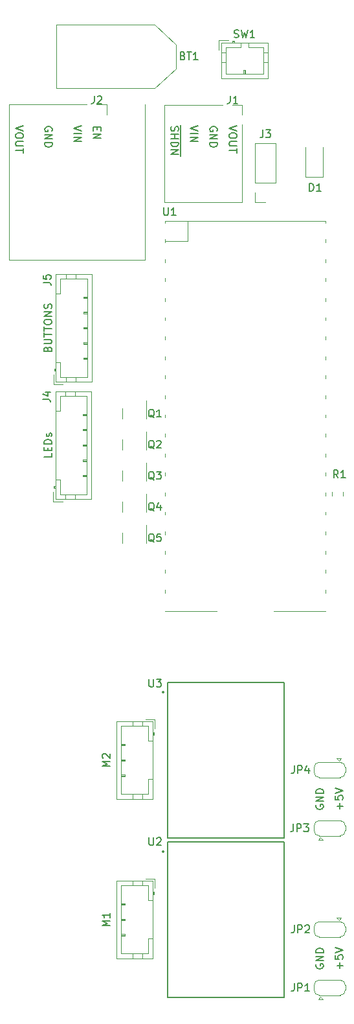
<source format=gbr>
%TF.GenerationSoftware,KiCad,Pcbnew,(6.0.11)*%
%TF.CreationDate,2023-04-04T20:38:18-04:00*%
%TF.ProjectId,ProtogenBackpackPCB,50726f74-6f67-4656-9e42-61636b706163,rev?*%
%TF.SameCoordinates,Original*%
%TF.FileFunction,Legend,Top*%
%TF.FilePolarity,Positive*%
%FSLAX46Y46*%
G04 Gerber Fmt 4.6, Leading zero omitted, Abs format (unit mm)*
G04 Created by KiCad (PCBNEW (6.0.11)) date 2023-04-04 20:38:18*
%MOMM*%
%LPD*%
G01*
G04 APERTURE LIST*
%ADD10C,0.150000*%
%ADD11C,0.120000*%
%ADD12C,0.101600*%
%ADD13C,0.127000*%
%ADD14C,0.200000*%
%ADD15C,0.100000*%
G04 APERTURE END LIST*
D10*
X123642380Y-84867619D02*
X123642380Y-85343809D01*
X122642380Y-85343809D01*
X123118571Y-84534285D02*
X123118571Y-84200952D01*
X123642380Y-84058095D02*
X123642380Y-84534285D01*
X122642380Y-84534285D01*
X122642380Y-84058095D01*
X123642380Y-83629523D02*
X122642380Y-83629523D01*
X122642380Y-83391428D01*
X122690000Y-83248571D01*
X122785238Y-83153333D01*
X122880476Y-83105714D01*
X123070952Y-83058095D01*
X123213809Y-83058095D01*
X123404285Y-83105714D01*
X123499523Y-83153333D01*
X123594761Y-83248571D01*
X123642380Y-83391428D01*
X123642380Y-83629523D01*
X123594761Y-82677142D02*
X123642380Y-82581904D01*
X123642380Y-82391428D01*
X123594761Y-82296190D01*
X123499523Y-82248571D01*
X123451904Y-82248571D01*
X123356666Y-82296190D01*
X123309047Y-82391428D01*
X123309047Y-82534285D01*
X123261428Y-82629523D01*
X123166190Y-82677142D01*
X123118571Y-82677142D01*
X123023333Y-82629523D01*
X122975714Y-82534285D01*
X122975714Y-82391428D01*
X123023333Y-82296190D01*
X123118571Y-71238095D02*
X123166190Y-71095238D01*
X123213809Y-71047619D01*
X123309047Y-71000000D01*
X123451904Y-71000000D01*
X123547142Y-71047619D01*
X123594761Y-71095238D01*
X123642380Y-71190476D01*
X123642380Y-71571428D01*
X122642380Y-71571428D01*
X122642380Y-71238095D01*
X122690000Y-71142857D01*
X122737619Y-71095238D01*
X122832857Y-71047619D01*
X122928095Y-71047619D01*
X123023333Y-71095238D01*
X123070952Y-71142857D01*
X123118571Y-71238095D01*
X123118571Y-71571428D01*
X122642380Y-70571428D02*
X123451904Y-70571428D01*
X123547142Y-70523809D01*
X123594761Y-70476190D01*
X123642380Y-70380952D01*
X123642380Y-70190476D01*
X123594761Y-70095238D01*
X123547142Y-70047619D01*
X123451904Y-70000000D01*
X122642380Y-70000000D01*
X122642380Y-69666666D02*
X122642380Y-69095238D01*
X123642380Y-69380952D02*
X122642380Y-69380952D01*
X122642380Y-68904761D02*
X122642380Y-68333333D01*
X123642380Y-68619047D02*
X122642380Y-68619047D01*
X122642380Y-67809523D02*
X122642380Y-67619047D01*
X122690000Y-67523809D01*
X122785238Y-67428571D01*
X122975714Y-67380952D01*
X123309047Y-67380952D01*
X123499523Y-67428571D01*
X123594761Y-67523809D01*
X123642380Y-67619047D01*
X123642380Y-67809523D01*
X123594761Y-67904761D01*
X123499523Y-68000000D01*
X123309047Y-68047619D01*
X122975714Y-68047619D01*
X122785238Y-68000000D01*
X122690000Y-67904761D01*
X122642380Y-67809523D01*
X123642380Y-66952380D02*
X122642380Y-66952380D01*
X123642380Y-66380952D01*
X122642380Y-66380952D01*
X123594761Y-65952380D02*
X123642380Y-65809523D01*
X123642380Y-65571428D01*
X123594761Y-65476190D01*
X123547142Y-65428571D01*
X123451904Y-65380952D01*
X123356666Y-65380952D01*
X123261428Y-65428571D01*
X123213809Y-65476190D01*
X123166190Y-65571428D01*
X123118571Y-65761904D01*
X123070952Y-65857142D01*
X123023333Y-65904761D01*
X122928095Y-65952380D01*
X122832857Y-65952380D01*
X122737619Y-65904761D01*
X122690000Y-65857142D01*
X122642380Y-65761904D01*
X122642380Y-65523809D01*
X122690000Y-65380952D01*
X158250000Y-130809904D02*
X158202380Y-130905142D01*
X158202380Y-131048000D01*
X158250000Y-131190857D01*
X158345238Y-131286095D01*
X158440476Y-131333714D01*
X158630952Y-131381333D01*
X158773809Y-131381333D01*
X158964285Y-131333714D01*
X159059523Y-131286095D01*
X159154761Y-131190857D01*
X159202380Y-131048000D01*
X159202380Y-130952761D01*
X159154761Y-130809904D01*
X159107142Y-130762285D01*
X158773809Y-130762285D01*
X158773809Y-130952761D01*
X159202380Y-130333714D02*
X158202380Y-130333714D01*
X159202380Y-129762285D01*
X158202380Y-129762285D01*
X159202380Y-129286095D02*
X158202380Y-129286095D01*
X158202380Y-129048000D01*
X158250000Y-128905142D01*
X158345238Y-128809904D01*
X158440476Y-128762285D01*
X158630952Y-128714666D01*
X158773809Y-128714666D01*
X158964285Y-128762285D01*
X159059523Y-128809904D01*
X159154761Y-128905142D01*
X159202380Y-129048000D01*
X159202380Y-129286095D01*
X161361428Y-131333714D02*
X161361428Y-130571809D01*
X161742380Y-130952761D02*
X160980476Y-130952761D01*
X160742380Y-129619428D02*
X160742380Y-130095619D01*
X161218571Y-130143238D01*
X161170952Y-130095619D01*
X161123333Y-130000380D01*
X161123333Y-129762285D01*
X161170952Y-129667047D01*
X161218571Y-129619428D01*
X161313809Y-129571809D01*
X161551904Y-129571809D01*
X161647142Y-129619428D01*
X161694761Y-129667047D01*
X161742380Y-129762285D01*
X161742380Y-130000380D01*
X161694761Y-130095619D01*
X161647142Y-130143238D01*
X160742380Y-129286095D02*
X161742380Y-128952761D01*
X160742380Y-128619428D01*
X161361428Y-152161714D02*
X161361428Y-151399809D01*
X161742380Y-151780761D02*
X160980476Y-151780761D01*
X160742380Y-150447428D02*
X160742380Y-150923619D01*
X161218571Y-150971238D01*
X161170952Y-150923619D01*
X161123333Y-150828380D01*
X161123333Y-150590285D01*
X161170952Y-150495047D01*
X161218571Y-150447428D01*
X161313809Y-150399809D01*
X161551904Y-150399809D01*
X161647142Y-150447428D01*
X161694761Y-150495047D01*
X161742380Y-150590285D01*
X161742380Y-150828380D01*
X161694761Y-150923619D01*
X161647142Y-150971238D01*
X160742380Y-150114095D02*
X161742380Y-149780761D01*
X160742380Y-149447428D01*
X158250000Y-151637904D02*
X158202380Y-151733142D01*
X158202380Y-151876000D01*
X158250000Y-152018857D01*
X158345238Y-152114095D01*
X158440476Y-152161714D01*
X158630952Y-152209333D01*
X158773809Y-152209333D01*
X158964285Y-152161714D01*
X159059523Y-152114095D01*
X159154761Y-152018857D01*
X159202380Y-151876000D01*
X159202380Y-151780761D01*
X159154761Y-151637904D01*
X159107142Y-151590285D01*
X158773809Y-151590285D01*
X158773809Y-151780761D01*
X159202380Y-151161714D02*
X158202380Y-151161714D01*
X159202380Y-150590285D01*
X158202380Y-150590285D01*
X159202380Y-150114095D02*
X158202380Y-150114095D01*
X158202380Y-149876000D01*
X158250000Y-149733142D01*
X158345238Y-149637904D01*
X158440476Y-149590285D01*
X158630952Y-149542666D01*
X158773809Y-149542666D01*
X158964285Y-149590285D01*
X159059523Y-149637904D01*
X159154761Y-149733142D01*
X159202380Y-149876000D01*
X159202380Y-150114095D01*
%TO.C,R1*%
X161123333Y-88082380D02*
X160790000Y-87606190D01*
X160551904Y-88082380D02*
X160551904Y-87082380D01*
X160932857Y-87082380D01*
X161028095Y-87130000D01*
X161075714Y-87177619D01*
X161123333Y-87272857D01*
X161123333Y-87415714D01*
X161075714Y-87510952D01*
X161028095Y-87558571D01*
X160932857Y-87606190D01*
X160551904Y-87606190D01*
X162075714Y-88082380D02*
X161504285Y-88082380D01*
X161790000Y-88082380D02*
X161790000Y-87082380D01*
X161694761Y-87225238D01*
X161599523Y-87320476D01*
X161504285Y-87368095D01*
%TO.C,JP4*%
X155376666Y-125690380D02*
X155376666Y-126404666D01*
X155329047Y-126547523D01*
X155233809Y-126642761D01*
X155090952Y-126690380D01*
X154995714Y-126690380D01*
X155852857Y-126690380D02*
X155852857Y-125690380D01*
X156233809Y-125690380D01*
X156329047Y-125738000D01*
X156376666Y-125785619D01*
X156424285Y-125880857D01*
X156424285Y-126023714D01*
X156376666Y-126118952D01*
X156329047Y-126166571D01*
X156233809Y-126214190D01*
X155852857Y-126214190D01*
X157281428Y-126023714D02*
X157281428Y-126690380D01*
X157043333Y-125642761D02*
X156805238Y-126357047D01*
X157424285Y-126357047D01*
%TO.C,JP3*%
X155249666Y-133310380D02*
X155249666Y-134024666D01*
X155202047Y-134167523D01*
X155106809Y-134262761D01*
X154963952Y-134310380D01*
X154868714Y-134310380D01*
X155725857Y-134310380D02*
X155725857Y-133310380D01*
X156106809Y-133310380D01*
X156202047Y-133358000D01*
X156249666Y-133405619D01*
X156297285Y-133500857D01*
X156297285Y-133643714D01*
X156249666Y-133738952D01*
X156202047Y-133786571D01*
X156106809Y-133834190D01*
X155725857Y-133834190D01*
X156630619Y-133310380D02*
X157249666Y-133310380D01*
X156916333Y-133691333D01*
X157059190Y-133691333D01*
X157154428Y-133738952D01*
X157202047Y-133786571D01*
X157249666Y-133881809D01*
X157249666Y-134119904D01*
X157202047Y-134215142D01*
X157154428Y-134262761D01*
X157059190Y-134310380D01*
X156773476Y-134310380D01*
X156678238Y-134262761D01*
X156630619Y-134215142D01*
%TO.C,JP2*%
X155376666Y-146518380D02*
X155376666Y-147232666D01*
X155329047Y-147375523D01*
X155233809Y-147470761D01*
X155090952Y-147518380D01*
X154995714Y-147518380D01*
X155852857Y-147518380D02*
X155852857Y-146518380D01*
X156233809Y-146518380D01*
X156329047Y-146566000D01*
X156376666Y-146613619D01*
X156424285Y-146708857D01*
X156424285Y-146851714D01*
X156376666Y-146946952D01*
X156329047Y-146994571D01*
X156233809Y-147042190D01*
X155852857Y-147042190D01*
X156805238Y-146613619D02*
X156852857Y-146566000D01*
X156948095Y-146518380D01*
X157186190Y-146518380D01*
X157281428Y-146566000D01*
X157329047Y-146613619D01*
X157376666Y-146708857D01*
X157376666Y-146804095D01*
X157329047Y-146946952D01*
X156757619Y-147518380D01*
X157376666Y-147518380D01*
%TO.C,JP1*%
X155376666Y-154138380D02*
X155376666Y-154852666D01*
X155329047Y-154995523D01*
X155233809Y-155090761D01*
X155090952Y-155138380D01*
X154995714Y-155138380D01*
X155852857Y-155138380D02*
X155852857Y-154138380D01*
X156233809Y-154138380D01*
X156329047Y-154186000D01*
X156376666Y-154233619D01*
X156424285Y-154328857D01*
X156424285Y-154471714D01*
X156376666Y-154566952D01*
X156329047Y-154614571D01*
X156233809Y-154662190D01*
X155852857Y-154662190D01*
X157376666Y-155138380D02*
X156805238Y-155138380D01*
X157090952Y-155138380D02*
X157090952Y-154138380D01*
X156995714Y-154281238D01*
X156900476Y-154376476D01*
X156805238Y-154424095D01*
%TO.C,SW1*%
X147526666Y-30524761D02*
X147669523Y-30572380D01*
X147907619Y-30572380D01*
X148002857Y-30524761D01*
X148050476Y-30477142D01*
X148098095Y-30381904D01*
X148098095Y-30286666D01*
X148050476Y-30191428D01*
X148002857Y-30143809D01*
X147907619Y-30096190D01*
X147717142Y-30048571D01*
X147621904Y-30000952D01*
X147574285Y-29953333D01*
X147526666Y-29858095D01*
X147526666Y-29762857D01*
X147574285Y-29667619D01*
X147621904Y-29620000D01*
X147717142Y-29572380D01*
X147955238Y-29572380D01*
X148098095Y-29620000D01*
X148431428Y-29572380D02*
X148669523Y-30572380D01*
X148860000Y-29858095D01*
X149050476Y-30572380D01*
X149288571Y-29572380D01*
X150193333Y-30572380D02*
X149621904Y-30572380D01*
X149907619Y-30572380D02*
X149907619Y-29572380D01*
X149812380Y-29715238D01*
X149717142Y-29810476D01*
X149621904Y-29858095D01*
%TO.C,J5*%
X122536380Y-62563333D02*
X123250666Y-62563333D01*
X123393523Y-62610952D01*
X123488761Y-62706190D01*
X123536380Y-62849047D01*
X123536380Y-62944285D01*
X122536380Y-61610952D02*
X122536380Y-62087142D01*
X123012571Y-62134761D01*
X122964952Y-62087142D01*
X122917333Y-61991904D01*
X122917333Y-61753809D01*
X122964952Y-61658571D01*
X123012571Y-61610952D01*
X123107809Y-61563333D01*
X123345904Y-61563333D01*
X123441142Y-61610952D01*
X123488761Y-61658571D01*
X123536380Y-61753809D01*
X123536380Y-61991904D01*
X123488761Y-62087142D01*
X123441142Y-62134761D01*
%TO.C,Q3*%
X137064761Y-88355419D02*
X136969523Y-88307800D01*
X136874285Y-88212561D01*
X136731428Y-88069704D01*
X136636190Y-88022085D01*
X136540952Y-88022085D01*
X136588571Y-88260180D02*
X136493333Y-88212561D01*
X136398095Y-88117323D01*
X136350476Y-87926847D01*
X136350476Y-87593514D01*
X136398095Y-87403038D01*
X136493333Y-87307800D01*
X136588571Y-87260180D01*
X136779047Y-87260180D01*
X136874285Y-87307800D01*
X136969523Y-87403038D01*
X137017142Y-87593514D01*
X137017142Y-87926847D01*
X136969523Y-88117323D01*
X136874285Y-88212561D01*
X136779047Y-88260180D01*
X136588571Y-88260180D01*
X137350476Y-87260180D02*
X137969523Y-87260180D01*
X137636190Y-87641133D01*
X137779047Y-87641133D01*
X137874285Y-87688752D01*
X137921904Y-87736371D01*
X137969523Y-87831609D01*
X137969523Y-88069704D01*
X137921904Y-88164942D01*
X137874285Y-88212561D01*
X137779047Y-88260180D01*
X137493333Y-88260180D01*
X137398095Y-88212561D01*
X137350476Y-88164942D01*
%TO.C,Q4*%
X137064761Y-92417119D02*
X136969523Y-92369500D01*
X136874285Y-92274261D01*
X136731428Y-92131404D01*
X136636190Y-92083785D01*
X136540952Y-92083785D01*
X136588571Y-92321880D02*
X136493333Y-92274261D01*
X136398095Y-92179023D01*
X136350476Y-91988547D01*
X136350476Y-91655214D01*
X136398095Y-91464738D01*
X136493333Y-91369500D01*
X136588571Y-91321880D01*
X136779047Y-91321880D01*
X136874285Y-91369500D01*
X136969523Y-91464738D01*
X137017142Y-91655214D01*
X137017142Y-91988547D01*
X136969523Y-92179023D01*
X136874285Y-92274261D01*
X136779047Y-92321880D01*
X136588571Y-92321880D01*
X137874285Y-91655214D02*
X137874285Y-92321880D01*
X137636190Y-91274261D02*
X137398095Y-91988547D01*
X138017142Y-91988547D01*
%TO.C,BT1*%
X140819285Y-32948571D02*
X140962142Y-32996190D01*
X141009761Y-33043809D01*
X141057380Y-33139047D01*
X141057380Y-33281904D01*
X141009761Y-33377142D01*
X140962142Y-33424761D01*
X140866904Y-33472380D01*
X140485952Y-33472380D01*
X140485952Y-32472380D01*
X140819285Y-32472380D01*
X140914523Y-32520000D01*
X140962142Y-32567619D01*
X141009761Y-32662857D01*
X141009761Y-32758095D01*
X140962142Y-32853333D01*
X140914523Y-32900952D01*
X140819285Y-32948571D01*
X140485952Y-32948571D01*
X141343095Y-32472380D02*
X141914523Y-32472380D01*
X141628809Y-33472380D02*
X141628809Y-32472380D01*
X142771666Y-33472380D02*
X142200238Y-33472380D01*
X142485952Y-33472380D02*
X142485952Y-32472380D01*
X142390714Y-32615238D01*
X142295476Y-32710476D01*
X142200238Y-32758095D01*
%TO.C,J1*%
X146986666Y-38187380D02*
X146986666Y-38901666D01*
X146939047Y-39044523D01*
X146843809Y-39139761D01*
X146700952Y-39187380D01*
X146605714Y-39187380D01*
X147986666Y-39187380D02*
X147415238Y-39187380D01*
X147700952Y-39187380D02*
X147700952Y-38187380D01*
X147605714Y-38330238D01*
X147510476Y-38425476D01*
X147415238Y-38473095D01*
X142787619Y-42102738D02*
X141787619Y-42436071D01*
X142787619Y-42769404D01*
X141787619Y-43102738D02*
X142787619Y-43102738D01*
X141787619Y-43578928D02*
X142787619Y-43578928D01*
X141787619Y-44150357D01*
X142787619Y-44150357D01*
X147867619Y-42102738D02*
X146867619Y-42436071D01*
X147867619Y-42769404D01*
X147867619Y-43293214D02*
X147867619Y-43483690D01*
X147820000Y-43578928D01*
X147724761Y-43674166D01*
X147534285Y-43721785D01*
X147200952Y-43721785D01*
X147010476Y-43674166D01*
X146915238Y-43578928D01*
X146867619Y-43483690D01*
X146867619Y-43293214D01*
X146915238Y-43197976D01*
X147010476Y-43102738D01*
X147200952Y-43055119D01*
X147534285Y-43055119D01*
X147724761Y-43102738D01*
X147820000Y-43197976D01*
X147867619Y-43293214D01*
X147867619Y-44150357D02*
X147058095Y-44150357D01*
X146962857Y-44197976D01*
X146915238Y-44245595D01*
X146867619Y-44340833D01*
X146867619Y-44531309D01*
X146915238Y-44626547D01*
X146962857Y-44674166D01*
X147058095Y-44721785D01*
X147867619Y-44721785D01*
X147867619Y-45055119D02*
X147867619Y-45626547D01*
X146867619Y-45340833D02*
X147867619Y-45340833D01*
X145280000Y-42769404D02*
X145327619Y-42674166D01*
X145327619Y-42531309D01*
X145280000Y-42388452D01*
X145184761Y-42293214D01*
X145089523Y-42245595D01*
X144899047Y-42197976D01*
X144756190Y-42197976D01*
X144565714Y-42245595D01*
X144470476Y-42293214D01*
X144375238Y-42388452D01*
X144327619Y-42531309D01*
X144327619Y-42626547D01*
X144375238Y-42769404D01*
X144422857Y-42817023D01*
X144756190Y-42817023D01*
X144756190Y-42626547D01*
X144327619Y-43245595D02*
X145327619Y-43245595D01*
X144327619Y-43817023D01*
X145327619Y-43817023D01*
X144327619Y-44293214D02*
X145327619Y-44293214D01*
X145327619Y-44531309D01*
X145280000Y-44674166D01*
X145184761Y-44769404D01*
X145089523Y-44817023D01*
X144899047Y-44864642D01*
X144756190Y-44864642D01*
X144565714Y-44817023D01*
X144470476Y-44769404D01*
X144375238Y-44674166D01*
X144327619Y-44531309D01*
X144327619Y-44293214D01*
X140530000Y-42007500D02*
X140530000Y-42959880D01*
X139295238Y-42197976D02*
X139247619Y-42340833D01*
X139247619Y-42578928D01*
X139295238Y-42674166D01*
X139342857Y-42721785D01*
X139438095Y-42769404D01*
X139533333Y-42769404D01*
X139628571Y-42721785D01*
X139676190Y-42674166D01*
X139723809Y-42578928D01*
X139771428Y-42388452D01*
X139819047Y-42293214D01*
X139866666Y-42245595D01*
X139961904Y-42197976D01*
X140057142Y-42197976D01*
X140152380Y-42245595D01*
X140200000Y-42293214D01*
X140247619Y-42388452D01*
X140247619Y-42626547D01*
X140200000Y-42769404D01*
X140530000Y-42959880D02*
X140530000Y-44007500D01*
X139247619Y-43197976D02*
X140247619Y-43197976D01*
X139771428Y-43197976D02*
X139771428Y-43769404D01*
X139247619Y-43769404D02*
X140247619Y-43769404D01*
X140530000Y-44007500D02*
X140530000Y-45007500D01*
X139247619Y-44245595D02*
X140247619Y-44245595D01*
X140247619Y-44483690D01*
X140200000Y-44626547D01*
X140104761Y-44721785D01*
X140009523Y-44769404D01*
X139819047Y-44817023D01*
X139676190Y-44817023D01*
X139485714Y-44769404D01*
X139390476Y-44721785D01*
X139295238Y-44626547D01*
X139247619Y-44483690D01*
X139247619Y-44245595D01*
X140530000Y-45007500D02*
X140530000Y-46055119D01*
X139247619Y-45245595D02*
X140247619Y-45245595D01*
X139247619Y-45817023D01*
X140247619Y-45817023D01*
%TO.C,Q1*%
X137064761Y-80225119D02*
X136969523Y-80177500D01*
X136874285Y-80082261D01*
X136731428Y-79939404D01*
X136636190Y-79891785D01*
X136540952Y-79891785D01*
X136588571Y-80129880D02*
X136493333Y-80082261D01*
X136398095Y-79987023D01*
X136350476Y-79796547D01*
X136350476Y-79463214D01*
X136398095Y-79272738D01*
X136493333Y-79177500D01*
X136588571Y-79129880D01*
X136779047Y-79129880D01*
X136874285Y-79177500D01*
X136969523Y-79272738D01*
X137017142Y-79463214D01*
X137017142Y-79796547D01*
X136969523Y-79987023D01*
X136874285Y-80082261D01*
X136779047Y-80129880D01*
X136588571Y-80129880D01*
X137969523Y-80129880D02*
X137398095Y-80129880D01*
X137683809Y-80129880D02*
X137683809Y-79129880D01*
X137588571Y-79272738D01*
X137493333Y-79367976D01*
X137398095Y-79415595D01*
%TO.C,J4*%
X122494380Y-77803333D02*
X123208666Y-77803333D01*
X123351523Y-77850952D01*
X123446761Y-77946190D01*
X123494380Y-78089047D01*
X123494380Y-78184285D01*
X122827714Y-76898571D02*
X123494380Y-76898571D01*
X122446761Y-77136666D02*
X123161047Y-77374761D01*
X123161047Y-76755714D01*
%TO.C,U3*%
X136398095Y-114387380D02*
X136398095Y-115196904D01*
X136445714Y-115292142D01*
X136493333Y-115339761D01*
X136588571Y-115387380D01*
X136779047Y-115387380D01*
X136874285Y-115339761D01*
X136921904Y-115292142D01*
X136969523Y-115196904D01*
X136969523Y-114387380D01*
X137350476Y-114387380D02*
X137969523Y-114387380D01*
X137636190Y-114768333D01*
X137779047Y-114768333D01*
X137874285Y-114815952D01*
X137921904Y-114863571D01*
X137969523Y-114958809D01*
X137969523Y-115196904D01*
X137921904Y-115292142D01*
X137874285Y-115339761D01*
X137779047Y-115387380D01*
X137493333Y-115387380D01*
X137398095Y-115339761D01*
X137350476Y-115292142D01*
%TO.C,D1*%
X157376904Y-50617380D02*
X157376904Y-49617380D01*
X157615000Y-49617380D01*
X157757857Y-49665000D01*
X157853095Y-49760238D01*
X157900714Y-49855476D01*
X157948333Y-50045952D01*
X157948333Y-50188809D01*
X157900714Y-50379285D01*
X157853095Y-50474523D01*
X157757857Y-50569761D01*
X157615000Y-50617380D01*
X157376904Y-50617380D01*
X158900714Y-50617380D02*
X158329285Y-50617380D01*
X158615000Y-50617380D02*
X158615000Y-49617380D01*
X158519761Y-49760238D01*
X158424523Y-49855476D01*
X158329285Y-49903095D01*
%TO.C,J3*%
X151279666Y-42632380D02*
X151279666Y-43346666D01*
X151232047Y-43489523D01*
X151136809Y-43584761D01*
X150993952Y-43632380D01*
X150898714Y-43632380D01*
X151660619Y-42632380D02*
X152279666Y-42632380D01*
X151946333Y-43013333D01*
X152089190Y-43013333D01*
X152184428Y-43060952D01*
X152232047Y-43108571D01*
X152279666Y-43203809D01*
X152279666Y-43441904D01*
X152232047Y-43537142D01*
X152184428Y-43584761D01*
X152089190Y-43632380D01*
X151803476Y-43632380D01*
X151708238Y-43584761D01*
X151660619Y-43537142D01*
%TO.C,M1*%
X131262380Y-146605523D02*
X130262380Y-146605523D01*
X130976666Y-146272190D01*
X130262380Y-145938857D01*
X131262380Y-145938857D01*
X131262380Y-144938857D02*
X131262380Y-145510285D01*
X131262380Y-145224571D02*
X130262380Y-145224571D01*
X130405238Y-145319809D01*
X130500476Y-145415047D01*
X130548095Y-145510285D01*
%TO.C,J2*%
X129206666Y-38187380D02*
X129206666Y-38901666D01*
X129159047Y-39044523D01*
X129063809Y-39139761D01*
X128920952Y-39187380D01*
X128825714Y-39187380D01*
X129635238Y-38282619D02*
X129682857Y-38235000D01*
X129778095Y-38187380D01*
X130016190Y-38187380D01*
X130111428Y-38235000D01*
X130159047Y-38282619D01*
X130206666Y-38377857D01*
X130206666Y-38473095D01*
X130159047Y-38615952D01*
X129587619Y-39187380D01*
X130206666Y-39187380D01*
X127547619Y-42102738D02*
X126547619Y-42436071D01*
X127547619Y-42769404D01*
X126547619Y-43102738D02*
X127547619Y-43102738D01*
X126547619Y-43578928D02*
X127547619Y-43578928D01*
X126547619Y-44150357D01*
X127547619Y-44150357D01*
X129611428Y-42245595D02*
X129611428Y-42578928D01*
X129087619Y-42721785D02*
X129087619Y-42245595D01*
X130087619Y-42245595D01*
X130087619Y-42721785D01*
X129087619Y-43150357D02*
X130087619Y-43150357D01*
X129087619Y-43721785D01*
X130087619Y-43721785D01*
X119927619Y-42102738D02*
X118927619Y-42436071D01*
X119927619Y-42769404D01*
X119927619Y-43293214D02*
X119927619Y-43483690D01*
X119880000Y-43578928D01*
X119784761Y-43674166D01*
X119594285Y-43721785D01*
X119260952Y-43721785D01*
X119070476Y-43674166D01*
X118975238Y-43578928D01*
X118927619Y-43483690D01*
X118927619Y-43293214D01*
X118975238Y-43197976D01*
X119070476Y-43102738D01*
X119260952Y-43055119D01*
X119594285Y-43055119D01*
X119784761Y-43102738D01*
X119880000Y-43197976D01*
X119927619Y-43293214D01*
X119927619Y-44150357D02*
X119118095Y-44150357D01*
X119022857Y-44197976D01*
X118975238Y-44245595D01*
X118927619Y-44340833D01*
X118927619Y-44531309D01*
X118975238Y-44626547D01*
X119022857Y-44674166D01*
X119118095Y-44721785D01*
X119927619Y-44721785D01*
X119927619Y-45055119D02*
X119927619Y-45626547D01*
X118927619Y-45340833D02*
X119927619Y-45340833D01*
X123690000Y-42769404D02*
X123737619Y-42674166D01*
X123737619Y-42531309D01*
X123690000Y-42388452D01*
X123594761Y-42293214D01*
X123499523Y-42245595D01*
X123309047Y-42197976D01*
X123166190Y-42197976D01*
X122975714Y-42245595D01*
X122880476Y-42293214D01*
X122785238Y-42388452D01*
X122737619Y-42531309D01*
X122737619Y-42626547D01*
X122785238Y-42769404D01*
X122832857Y-42817023D01*
X123166190Y-42817023D01*
X123166190Y-42626547D01*
X122737619Y-43245595D02*
X123737619Y-43245595D01*
X122737619Y-43817023D01*
X123737619Y-43817023D01*
X122737619Y-44293214D02*
X123737619Y-44293214D01*
X123737619Y-44531309D01*
X123690000Y-44674166D01*
X123594761Y-44769404D01*
X123499523Y-44817023D01*
X123309047Y-44864642D01*
X123166190Y-44864642D01*
X122975714Y-44817023D01*
X122880476Y-44769404D01*
X122785238Y-44674166D01*
X122737619Y-44531309D01*
X122737619Y-44293214D01*
%TO.C,U1*%
X138303095Y-52792380D02*
X138303095Y-53601904D01*
X138350714Y-53697142D01*
X138398333Y-53744761D01*
X138493571Y-53792380D01*
X138684047Y-53792380D01*
X138779285Y-53744761D01*
X138826904Y-53697142D01*
X138874523Y-53601904D01*
X138874523Y-52792380D01*
X139874523Y-53792380D02*
X139303095Y-53792380D01*
X139588809Y-53792380D02*
X139588809Y-52792380D01*
X139493571Y-52935238D01*
X139398333Y-53030476D01*
X139303095Y-53078095D01*
%TO.C,M2*%
X131262380Y-125777523D02*
X130262380Y-125777523D01*
X130976666Y-125444190D01*
X130262380Y-125110857D01*
X131262380Y-125110857D01*
X130357619Y-124682285D02*
X130310000Y-124634666D01*
X130262380Y-124539428D01*
X130262380Y-124301333D01*
X130310000Y-124206095D01*
X130357619Y-124158476D01*
X130452857Y-124110857D01*
X130548095Y-124110857D01*
X130690952Y-124158476D01*
X131262380Y-124729904D01*
X131262380Y-124110857D01*
%TO.C,Q5*%
X137064761Y-96481119D02*
X136969523Y-96433500D01*
X136874285Y-96338261D01*
X136731428Y-96195404D01*
X136636190Y-96147785D01*
X136540952Y-96147785D01*
X136588571Y-96385880D02*
X136493333Y-96338261D01*
X136398095Y-96243023D01*
X136350476Y-96052547D01*
X136350476Y-95719214D01*
X136398095Y-95528738D01*
X136493333Y-95433500D01*
X136588571Y-95385880D01*
X136779047Y-95385880D01*
X136874285Y-95433500D01*
X136969523Y-95528738D01*
X137017142Y-95719214D01*
X137017142Y-96052547D01*
X136969523Y-96243023D01*
X136874285Y-96338261D01*
X136779047Y-96385880D01*
X136588571Y-96385880D01*
X137921904Y-95385880D02*
X137445714Y-95385880D01*
X137398095Y-95862071D01*
X137445714Y-95814452D01*
X137540952Y-95766833D01*
X137779047Y-95766833D01*
X137874285Y-95814452D01*
X137921904Y-95862071D01*
X137969523Y-95957309D01*
X137969523Y-96195404D01*
X137921904Y-96290642D01*
X137874285Y-96338261D01*
X137779047Y-96385880D01*
X137540952Y-96385880D01*
X137445714Y-96338261D01*
X137398095Y-96290642D01*
%TO.C,Q2*%
X137064761Y-84289119D02*
X136969523Y-84241500D01*
X136874285Y-84146261D01*
X136731428Y-84003404D01*
X136636190Y-83955785D01*
X136540952Y-83955785D01*
X136588571Y-84193880D02*
X136493333Y-84146261D01*
X136398095Y-84051023D01*
X136350476Y-83860547D01*
X136350476Y-83527214D01*
X136398095Y-83336738D01*
X136493333Y-83241500D01*
X136588571Y-83193880D01*
X136779047Y-83193880D01*
X136874285Y-83241500D01*
X136969523Y-83336738D01*
X137017142Y-83527214D01*
X137017142Y-83860547D01*
X136969523Y-84051023D01*
X136874285Y-84146261D01*
X136779047Y-84193880D01*
X136588571Y-84193880D01*
X137398095Y-83289119D02*
X137445714Y-83241500D01*
X137540952Y-83193880D01*
X137779047Y-83193880D01*
X137874285Y-83241500D01*
X137921904Y-83289119D01*
X137969523Y-83384357D01*
X137969523Y-83479595D01*
X137921904Y-83622452D01*
X137350476Y-84193880D01*
X137969523Y-84193880D01*
%TO.C,U2*%
X136398095Y-135088380D02*
X136398095Y-135897904D01*
X136445714Y-135993142D01*
X136493333Y-136040761D01*
X136588571Y-136088380D01*
X136779047Y-136088380D01*
X136874285Y-136040761D01*
X136921904Y-135993142D01*
X136969523Y-135897904D01*
X136969523Y-135088380D01*
X137398095Y-135183619D02*
X137445714Y-135136000D01*
X137540952Y-135088380D01*
X137779047Y-135088380D01*
X137874285Y-135136000D01*
X137921904Y-135183619D01*
X137969523Y-135278857D01*
X137969523Y-135374095D01*
X137921904Y-135516952D01*
X137350476Y-136088380D01*
X137969523Y-136088380D01*
D11*
%TO.C,R1*%
X160301000Y-89942936D02*
X160301000Y-90397064D01*
X161771000Y-89942936D02*
X161771000Y-90397064D01*
%TO.C,JP4*%
X161220000Y-125038000D02*
X160920000Y-124738000D01*
X161520000Y-124738000D02*
X160920000Y-124738000D01*
X157970000Y-126538000D02*
X157970000Y-125938000D01*
X161420000Y-127238000D02*
X158620000Y-127238000D01*
X162070000Y-125938000D02*
X162070000Y-126538000D01*
X158620000Y-125238000D02*
X161420000Y-125238000D01*
X161220000Y-125038000D02*
X161520000Y-124738000D01*
X161370000Y-127238000D02*
G75*
G03*
X162070000Y-126538000I1J699999D01*
G01*
X162070000Y-125938000D02*
G75*
G03*
X161370000Y-125238000I-699999J1D01*
G01*
X158670000Y-125238000D02*
G75*
G03*
X157970000Y-125938000I0J-700000D01*
G01*
X157970000Y-126538000D02*
G75*
G03*
X158670000Y-127238000I700000J0D01*
G01*
%TO.C,JP3*%
X158820000Y-135058000D02*
X159120000Y-135358000D01*
X158520000Y-135358000D02*
X159120000Y-135358000D01*
X162070000Y-133558000D02*
X162070000Y-134158000D01*
X158620000Y-132858000D02*
X161420000Y-132858000D01*
X157970000Y-134158000D02*
X157970000Y-133558000D01*
X161420000Y-134858000D02*
X158620000Y-134858000D01*
X158820000Y-135058000D02*
X158520000Y-135358000D01*
X158670000Y-132858000D02*
G75*
G03*
X157970000Y-133558000I-1J-699999D01*
G01*
X157970000Y-134158000D02*
G75*
G03*
X158670000Y-134858000I699999J-1D01*
G01*
X161370000Y-134858000D02*
G75*
G03*
X162070000Y-134158000I0J700000D01*
G01*
X162070000Y-133558000D02*
G75*
G03*
X161370000Y-132858000I-700000J0D01*
G01*
%TO.C,JP2*%
X161220000Y-145866000D02*
X160920000Y-145566000D01*
X161520000Y-145566000D02*
X160920000Y-145566000D01*
X157970000Y-147366000D02*
X157970000Y-146766000D01*
X161420000Y-148066000D02*
X158620000Y-148066000D01*
X162070000Y-146766000D02*
X162070000Y-147366000D01*
X158620000Y-146066000D02*
X161420000Y-146066000D01*
X161220000Y-145866000D02*
X161520000Y-145566000D01*
X161370000Y-148066000D02*
G75*
G03*
X162070000Y-147366000I1J699999D01*
G01*
X162070000Y-146766000D02*
G75*
G03*
X161370000Y-146066000I-699999J1D01*
G01*
X158670000Y-146066000D02*
G75*
G03*
X157970000Y-146766000I0J-700000D01*
G01*
X157970000Y-147366000D02*
G75*
G03*
X158670000Y-148066000I700000J0D01*
G01*
%TO.C,JP1*%
X158820000Y-155886000D02*
X159120000Y-156186000D01*
X158520000Y-156186000D02*
X159120000Y-156186000D01*
X162070000Y-154386000D02*
X162070000Y-154986000D01*
X158620000Y-153686000D02*
X161420000Y-153686000D01*
X157970000Y-154986000D02*
X157970000Y-154386000D01*
X161420000Y-155686000D02*
X158620000Y-155686000D01*
X158820000Y-155886000D02*
X158520000Y-156186000D01*
X158670000Y-153686000D02*
G75*
G03*
X157970000Y-154386000I-1J-699999D01*
G01*
X157970000Y-154986000D02*
G75*
G03*
X158670000Y-155686000I699999J-1D01*
G01*
X161370000Y-155686000D02*
G75*
G03*
X162070000Y-154986000I0J700000D01*
G01*
X162070000Y-154386000D02*
G75*
G03*
X161370000Y-153686000I-700000J0D01*
G01*
%TO.C,SW1*%
X145800000Y-32520000D02*
X146410000Y-32520000D01*
X151310000Y-31820000D02*
X149360000Y-31820000D01*
X146410000Y-31820000D02*
X146410000Y-35320000D01*
X148760000Y-34820000D02*
X148960000Y-34820000D01*
X151310000Y-35320000D02*
X151310000Y-31820000D01*
X145800000Y-31210000D02*
X145800000Y-35930000D01*
X145800000Y-35930000D02*
X151920000Y-35930000D01*
X148960000Y-34820000D02*
X148960000Y-35320000D01*
X146410000Y-35320000D02*
X151310000Y-35320000D01*
X149360000Y-31820000D02*
X149360000Y-31210000D01*
X147260000Y-31010000D02*
X147260000Y-31210000D01*
X146750000Y-30910000D02*
X145500000Y-30910000D01*
X151920000Y-31210000D02*
X145800000Y-31210000D01*
X147560000Y-31010000D02*
X147260000Y-31010000D01*
X147560000Y-31110000D02*
X147260000Y-31110000D01*
X148360000Y-31820000D02*
X146410000Y-31820000D01*
X151920000Y-33820000D02*
X151310000Y-33820000D01*
X145500000Y-30910000D02*
X145500000Y-32160000D01*
X148760000Y-35320000D02*
X148760000Y-34820000D01*
X147560000Y-31210000D02*
X147560000Y-31010000D01*
X148860000Y-35320000D02*
X148860000Y-34820000D01*
X148360000Y-31210000D02*
X148360000Y-31820000D01*
X151920000Y-32520000D02*
X151310000Y-32520000D01*
X151920000Y-35930000D02*
X151920000Y-31210000D01*
X145800000Y-33820000D02*
X146410000Y-33820000D01*
%TO.C,J5*%
X128284000Y-64500000D02*
X127784000Y-64500000D01*
X127784000Y-68400000D02*
X128284000Y-68400000D01*
X127784000Y-64600000D02*
X127784000Y-64400000D01*
X127784000Y-70400000D02*
X128284000Y-70400000D01*
X126784000Y-75560000D02*
X126784000Y-74950000D01*
X128284000Y-66600000D02*
X127784000Y-66600000D01*
X127784000Y-64400000D02*
X128284000Y-64400000D01*
X124174000Y-75560000D02*
X128894000Y-75560000D01*
X123974000Y-74100000D02*
X124174000Y-74100000D01*
X128284000Y-68500000D02*
X127784000Y-68500000D01*
X125484000Y-61440000D02*
X125484000Y-62050000D01*
X127784000Y-72600000D02*
X127784000Y-72400000D01*
X128284000Y-62050000D02*
X124784000Y-62050000D01*
X127784000Y-66400000D02*
X128284000Y-66400000D01*
X123874000Y-74610000D02*
X123874000Y-75860000D01*
X123974000Y-73800000D02*
X123974000Y-74100000D01*
X124784000Y-74950000D02*
X128284000Y-74950000D01*
X127784000Y-66600000D02*
X127784000Y-66400000D01*
X128284000Y-70600000D02*
X127784000Y-70600000D01*
X128284000Y-64600000D02*
X127784000Y-64600000D01*
X124784000Y-64000000D02*
X124174000Y-64000000D01*
X128284000Y-72500000D02*
X127784000Y-72500000D01*
X127784000Y-68600000D02*
X127784000Y-68400000D01*
X124784000Y-62050000D02*
X124784000Y-64000000D01*
X124074000Y-73800000D02*
X124074000Y-74100000D01*
X128284000Y-66500000D02*
X127784000Y-66500000D01*
X128894000Y-61440000D02*
X124174000Y-61440000D01*
X127784000Y-70600000D02*
X127784000Y-70400000D01*
X125484000Y-75560000D02*
X125484000Y-74950000D01*
X127784000Y-72400000D02*
X128284000Y-72400000D01*
X128284000Y-68600000D02*
X127784000Y-68600000D01*
X128284000Y-72600000D02*
X127784000Y-72600000D01*
X124174000Y-61440000D02*
X124174000Y-75560000D01*
X124784000Y-73000000D02*
X124784000Y-74950000D01*
X126784000Y-61440000D02*
X126784000Y-62050000D01*
X128894000Y-75560000D02*
X128894000Y-61440000D01*
X124174000Y-73000000D02*
X124784000Y-73000000D01*
X124174000Y-73800000D02*
X123974000Y-73800000D01*
X128284000Y-70500000D02*
X127784000Y-70500000D01*
X128284000Y-74950000D02*
X128284000Y-62050000D01*
X123874000Y-75860000D02*
X125124000Y-75860000D01*
%TO.C,Q3*%
X132890000Y-87805500D02*
X132890000Y-88455500D01*
X136010000Y-87805500D02*
X136010000Y-88455500D01*
X132890000Y-87805500D02*
X132890000Y-87155500D01*
X136010000Y-87805500D02*
X136010000Y-86130500D01*
%TO.C,Q4*%
X132890000Y-91869500D02*
X132890000Y-92519500D01*
X136010000Y-91869500D02*
X136010000Y-92519500D01*
X136010000Y-91869500D02*
X136010000Y-90194500D01*
X132890000Y-91869500D02*
X132890000Y-91219500D01*
%TO.C,BT1*%
X137080000Y-28870000D02*
X124230000Y-28870000D01*
X139930000Y-34620000D02*
X139930000Y-31470000D01*
X139930000Y-31470000D02*
X137080000Y-28870000D01*
X124230000Y-28870000D02*
X124230000Y-37170000D01*
X124230000Y-37170000D02*
X137080000Y-37170000D01*
X137080000Y-37170000D02*
X139930000Y-34620000D01*
D12*
%TO.C,J1*%
X148590000Y-39370000D02*
X147320000Y-39370000D01*
X148590000Y-39370000D02*
X148590000Y-40640000D01*
X138430000Y-39370000D02*
X146050000Y-39370000D01*
X148590000Y-52070000D02*
X138430000Y-52070000D01*
X148590000Y-41910000D02*
X148590000Y-52070000D01*
X138430000Y-52070000D02*
X138430000Y-39370000D01*
D11*
%TO.C,Q1*%
X132872000Y-79677500D02*
X132872000Y-80327500D01*
X135992000Y-79677500D02*
X135992000Y-78002500D01*
X132872000Y-79677500D02*
X132872000Y-79027500D01*
X135992000Y-79677500D02*
X135992000Y-80327500D01*
%TO.C,J4*%
X128242000Y-83920000D02*
X127742000Y-83920000D01*
X128242000Y-77370000D02*
X124742000Y-77370000D01*
X123832000Y-91180000D02*
X125082000Y-91180000D01*
X123932000Y-89420000D02*
X124132000Y-89420000D01*
X128242000Y-85820000D02*
X127742000Y-85820000D01*
X128852000Y-76760000D02*
X124132000Y-76760000D01*
X127742000Y-79720000D02*
X128242000Y-79720000D01*
X124132000Y-90880000D02*
X128852000Y-90880000D01*
X128242000Y-90270000D02*
X128242000Y-77370000D01*
X128242000Y-85920000D02*
X127742000Y-85920000D01*
X127742000Y-87920000D02*
X127742000Y-87720000D01*
X128242000Y-79820000D02*
X127742000Y-79820000D01*
X124132000Y-89120000D02*
X123932000Y-89120000D01*
X125442000Y-76760000D02*
X125442000Y-77370000D01*
X127742000Y-83920000D02*
X127742000Y-83720000D01*
X124032000Y-89120000D02*
X124032000Y-89420000D01*
X123832000Y-89930000D02*
X123832000Y-91180000D01*
X123932000Y-89120000D02*
X123932000Y-89420000D01*
X124132000Y-88320000D02*
X124742000Y-88320000D01*
X126742000Y-76760000D02*
X126742000Y-77370000D01*
X124742000Y-88320000D02*
X124742000Y-90270000D01*
X128242000Y-83820000D02*
X127742000Y-83820000D01*
X124742000Y-79320000D02*
X124132000Y-79320000D01*
X127742000Y-81920000D02*
X127742000Y-81720000D01*
X124742000Y-90270000D02*
X128242000Y-90270000D01*
X127742000Y-83720000D02*
X128242000Y-83720000D01*
X127742000Y-79920000D02*
X127742000Y-79720000D01*
X124132000Y-76760000D02*
X124132000Y-90880000D01*
X124742000Y-77370000D02*
X124742000Y-79320000D01*
X127742000Y-85720000D02*
X128242000Y-85720000D01*
X126742000Y-90880000D02*
X126742000Y-90270000D01*
X128242000Y-87920000D02*
X127742000Y-87920000D01*
X128242000Y-81920000D02*
X127742000Y-81920000D01*
X127742000Y-87720000D02*
X128242000Y-87720000D01*
X127742000Y-81720000D02*
X128242000Y-81720000D01*
X128242000Y-87820000D02*
X127742000Y-87820000D01*
X127742000Y-85920000D02*
X127742000Y-85720000D01*
X125442000Y-90880000D02*
X125442000Y-90270000D01*
X128242000Y-79920000D02*
X127742000Y-79920000D01*
X128242000Y-81820000D02*
X127742000Y-81820000D01*
X128852000Y-90880000D02*
X128852000Y-76760000D01*
D13*
%TO.C,U3*%
X154049500Y-135128000D02*
X138809500Y-135128000D01*
X138809500Y-114808000D02*
X154049500Y-114808000D01*
X154049500Y-114808000D02*
X154049500Y-135128000D01*
X138809500Y-135128000D02*
X138809500Y-114808000D01*
D14*
X138329500Y-116078000D02*
G75*
G03*
X138329500Y-116078000I-100000J0D01*
G01*
D11*
%TO.C,D1*%
X159123000Y-48767000D02*
X159123000Y-44882000D01*
X156853000Y-44882000D02*
X156853000Y-48767000D01*
X156853000Y-48767000D02*
X159123000Y-48767000D01*
%TO.C,J3*%
X152943000Y-49515000D02*
X150283000Y-49515000D01*
X152943000Y-44375000D02*
X150283000Y-44375000D01*
X152943000Y-49515000D02*
X152943000Y-44375000D01*
X151613000Y-52115000D02*
X150283000Y-52115000D01*
X150283000Y-52115000D02*
X150283000Y-50785000D01*
X150283000Y-49515000D02*
X150283000Y-44375000D01*
%TO.C,M1*%
X132743000Y-145696000D02*
X133243000Y-145696000D01*
X133243000Y-147896000D02*
X132743000Y-147896000D01*
X133243000Y-143896000D02*
X132743000Y-143896000D01*
X136953000Y-142496000D02*
X136953000Y-142196000D01*
X136243000Y-141346000D02*
X132743000Y-141346000D01*
X134243000Y-140736000D02*
X134243000Y-141346000D01*
X132133000Y-140736000D02*
X132133000Y-150856000D01*
X135543000Y-150856000D02*
X135543000Y-150246000D01*
X132743000Y-147796000D02*
X133243000Y-147796000D01*
X133243000Y-145696000D02*
X133243000Y-145896000D01*
X135543000Y-140736000D02*
X135543000Y-141346000D01*
X136853000Y-143296000D02*
X136243000Y-143296000D01*
X133243000Y-145896000D02*
X132743000Y-145896000D01*
X133243000Y-143696000D02*
X133243000Y-143896000D01*
X136243000Y-143296000D02*
X136243000Y-141346000D01*
X134243000Y-150856000D02*
X134243000Y-150246000D01*
X132743000Y-145796000D02*
X133243000Y-145796000D01*
X136243000Y-150246000D02*
X136243000Y-148296000D01*
X137053000Y-142496000D02*
X137053000Y-142196000D01*
X137053000Y-142196000D02*
X136853000Y-142196000D01*
X133243000Y-147696000D02*
X133243000Y-147896000D01*
X132743000Y-141346000D02*
X132743000Y-150246000D01*
X132743000Y-143696000D02*
X133243000Y-143696000D01*
X136243000Y-148296000D02*
X136853000Y-148296000D01*
X132133000Y-150856000D02*
X136853000Y-150856000D01*
X136853000Y-142496000D02*
X137053000Y-142496000D01*
X137153000Y-140436000D02*
X135903000Y-140436000D01*
X132743000Y-143796000D02*
X133243000Y-143796000D01*
X136853000Y-150856000D02*
X136853000Y-140736000D01*
X132743000Y-150246000D02*
X136243000Y-150246000D01*
X137153000Y-141686000D02*
X137153000Y-140436000D01*
X132743000Y-147696000D02*
X133243000Y-147696000D01*
X136853000Y-140736000D02*
X132133000Y-140736000D01*
D15*
%TO.C,J2*%
X135830000Y-59630000D02*
X118050000Y-59630000D01*
D11*
X128270000Y-39310000D02*
X118050000Y-39310000D01*
D15*
X135830000Y-39310000D02*
X135830000Y-59630000D01*
D11*
X129540000Y-39310000D02*
X130870000Y-39310000D01*
D15*
X118050000Y-59630000D02*
X118050000Y-39310000D01*
D11*
X130870000Y-39310000D02*
X130870000Y-40640000D01*
%TO.C,U1*%
X159471000Y-74710000D02*
X159471000Y-75110000D01*
X159471000Y-105510000D02*
X152671000Y-105510000D01*
X138471000Y-67110000D02*
X138471000Y-67510000D01*
X159471000Y-59510000D02*
X159471000Y-59910000D01*
X141478000Y-57177000D02*
X141478000Y-54510000D01*
X159471000Y-56910000D02*
X159471000Y-57310000D01*
X138471000Y-100110000D02*
X138471000Y-100510000D01*
X138471000Y-59510000D02*
X138471000Y-59910000D01*
X159471000Y-77310000D02*
X159471000Y-77710000D01*
X159471000Y-92510000D02*
X159471000Y-92910000D01*
X138471000Y-82310000D02*
X138471000Y-82710000D01*
X159471000Y-54510000D02*
X159471000Y-54810000D01*
X159471000Y-90010000D02*
X159471000Y-90410000D01*
X138471000Y-92510000D02*
X138471000Y-92910000D01*
X159471000Y-64610000D02*
X159471000Y-65010000D01*
X159471000Y-100110000D02*
X159471000Y-100510000D01*
X138471000Y-69610000D02*
X138471000Y-70010000D01*
X159471000Y-97610000D02*
X159471000Y-98010000D01*
X159471000Y-67110000D02*
X159471000Y-67510000D01*
X159471000Y-82310000D02*
X159471000Y-82710000D01*
X138471000Y-74710000D02*
X138471000Y-75110000D01*
X138471000Y-62010000D02*
X138471000Y-62410000D01*
X159471000Y-69610000D02*
X159471000Y-70010000D01*
X138471000Y-54510000D02*
X138471000Y-54810000D01*
X138471000Y-57177000D02*
X141478000Y-57177000D01*
X145271000Y-105510000D02*
X138471000Y-105510000D01*
X159471000Y-84910000D02*
X159471000Y-85310000D01*
X138471000Y-102710000D02*
X138471000Y-103110000D01*
X138471000Y-84910000D02*
X138471000Y-85310000D01*
X138471000Y-54510000D02*
X159471000Y-54510000D01*
X138471000Y-56910000D02*
X138471000Y-57310000D01*
X138471000Y-97610000D02*
X138471000Y-98010000D01*
X138471000Y-64610000D02*
X138471000Y-65010000D01*
X159471000Y-87410000D02*
X159471000Y-87810000D01*
X159471000Y-72210000D02*
X159471000Y-72610000D01*
X159471000Y-95110000D02*
X159471000Y-95510000D01*
X159471000Y-62010000D02*
X159471000Y-62410000D01*
X138471000Y-77310000D02*
X138471000Y-77710000D01*
X138471000Y-72210000D02*
X138471000Y-72610000D01*
X159471000Y-102710000D02*
X159471000Y-103110000D01*
X138471000Y-87410000D02*
X138471000Y-87810000D01*
X138471000Y-95110000D02*
X138471000Y-95510000D01*
X138471000Y-90010000D02*
X138471000Y-90410000D01*
X159471000Y-79810000D02*
X159471000Y-80210000D01*
X138471000Y-79810000D02*
X138471000Y-80210000D01*
%TO.C,M2*%
X132133000Y-130028000D02*
X136853000Y-130028000D01*
X132743000Y-126868000D02*
X133243000Y-126868000D01*
X136853000Y-119908000D02*
X132133000Y-119908000D01*
X132743000Y-126968000D02*
X133243000Y-126968000D01*
X137053000Y-121668000D02*
X137053000Y-121368000D01*
X133243000Y-125068000D02*
X132743000Y-125068000D01*
X137153000Y-120858000D02*
X137153000Y-119608000D01*
X132743000Y-129418000D02*
X136243000Y-129418000D01*
X136243000Y-129418000D02*
X136243000Y-127468000D01*
X136953000Y-121668000D02*
X136953000Y-121368000D01*
X136853000Y-121668000D02*
X137053000Y-121668000D01*
X133243000Y-126868000D02*
X133243000Y-127068000D01*
X132743000Y-124968000D02*
X133243000Y-124968000D01*
X136243000Y-122468000D02*
X136243000Y-120518000D01*
X134243000Y-130028000D02*
X134243000Y-129418000D01*
X133243000Y-127068000D02*
X132743000Y-127068000D01*
X137153000Y-119608000D02*
X135903000Y-119608000D01*
X132743000Y-124868000D02*
X133243000Y-124868000D01*
X137053000Y-121368000D02*
X136853000Y-121368000D01*
X136243000Y-127468000D02*
X136853000Y-127468000D01*
X133243000Y-123068000D02*
X132743000Y-123068000D01*
X133243000Y-122868000D02*
X133243000Y-123068000D01*
X136853000Y-122468000D02*
X136243000Y-122468000D01*
X135543000Y-119908000D02*
X135543000Y-120518000D01*
X136853000Y-130028000D02*
X136853000Y-119908000D01*
X133243000Y-124868000D02*
X133243000Y-125068000D01*
X136243000Y-120518000D02*
X132743000Y-120518000D01*
X132743000Y-120518000D02*
X132743000Y-129418000D01*
X132743000Y-122968000D02*
X133243000Y-122968000D01*
X132133000Y-119908000D02*
X132133000Y-130028000D01*
X135543000Y-130028000D02*
X135543000Y-129418000D01*
X134243000Y-119908000D02*
X134243000Y-120518000D01*
X132743000Y-122868000D02*
X133243000Y-122868000D01*
%TO.C,Q5*%
X132890000Y-95933500D02*
X132890000Y-96583500D01*
X136010000Y-95933500D02*
X136010000Y-96583500D01*
X136010000Y-95933500D02*
X136010000Y-94258500D01*
X132890000Y-95933500D02*
X132890000Y-95283500D01*
%TO.C,Q2*%
X132890000Y-83741500D02*
X132890000Y-84391500D01*
X132890000Y-83741500D02*
X132890000Y-83091500D01*
X136010000Y-83741500D02*
X136010000Y-84391500D01*
X136010000Y-83741500D02*
X136010000Y-82066500D01*
D13*
%TO.C,U2*%
X154051000Y-155956000D02*
X138811000Y-155956000D01*
X138811000Y-135636000D02*
X154051000Y-135636000D01*
X154051000Y-135636000D02*
X154051000Y-155956000D01*
X138811000Y-155956000D02*
X138811000Y-135636000D01*
D14*
X138331000Y-136906000D02*
G75*
G03*
X138331000Y-136906000I-100000J0D01*
G01*
%TD*%
M02*

</source>
